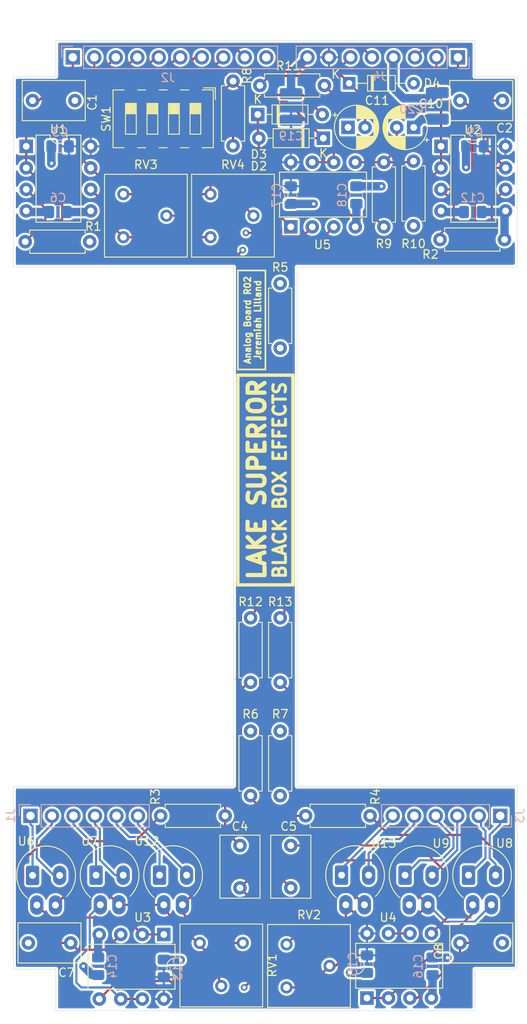
<source format=kicad_pcb>
(kicad_pcb (version 20211014) (generator pcbnew)
  (layers (0 "F.Cu" signal) (1 "In1.Cu" signal) (2 "In2.Cu" signal) (31 "B.Cu" signal) (34 "B.Paste" user) (35 "F.Paste" user) (36 "B.SilkS" user "B.Silkscreen") (37 "F.SilkS" user "F.Silkscreen") (38 "B.Mask" user) (39 "F.Mask" user) (44 "Edge.Cuts" user))
  (net 0 "")
  (net 1 "/IN1")
  (net 2 "Net-(C1-Pad1)")
  (net 3 "/IN2")
  (net 4 "Net-(C2-Pad1)")
  (net 5 "GND")
  (net 6 "+9V")
  (net 7 "/CH1_BYP")
  (net 8 "Net-(C4-Pad1)")
  (net 9 "/CH2_BYP")
  (net 10 "Net-(C5-Pad1)")
  (net 11 "-9V")
  (net 12 "Net-(C7-Pad2)")
  (net 13 "Net-(C8-Pad2)")
  (net 14 "Net-(C10-Pad2)")
  (net 15 "/ENV_OUT")
  (net 16 "Net-(D2-Pad2)")
  (net 17 "Net-(D2-Pad1)")
  (net 18 "Net-(D3-Pad1)")
  (net 19 "Net-(R11-Pad1)")
  (net 20 "/CH1_EFF")
  (net 21 "Net-(R12-Pad1)")
  (net 22 "/CH2_EFF")
  (net 23 "Net-(R13-Pad1)")
  (net 24 "/LDRA_2")
  (net 25 "/LDRC_2")
  (net 26 "/LDRB_1")
  (net 27 "/LDRA_1")
  (net 28 "/LDRD_1")
  (net 29 "/LDRC_1")
  (net 30 "/PWM_1")
  (net 31 "GNDD")
  (net 32 "/PWM_VOL1")
  (net 33 "/PWM_VOL2")
  (net 34 "/PWM_2")
  (net 35 "/PWM_4")
  (net 36 "/PWM_3")
  (net 37 "/PWM_VOL1_RTN")
  (net 38 "/PWM_2_RTN")
  (net 39 "/PWM_VOL2_RTN")
  (net 40 "/PWM_4_RTN")
  (net 41 "/PWM_3_RTN")
  (net 42 "/PWM_1_RTN")
  (net 43 "/DIP4")
  (net 44 "/DIP2")
  (net 45 "/DIP3")
  (net 46 "/DIP1")
  (net 47 "+3V3")
  (net 48 "/TRIM_2")
  (net 49 "/TRIM_1")
  (footprint "Capacitor_THT:C_Rect_L7.2mm_W4.5mm_P5.00mm_FKS2_FKP2_MKS2_MKP2" (layer "F.Cu") (at 96 45.6 180)
    (fp_text reference "C1")
    (fp_text value "47n")
  )
  (footprint "Capacitor_THT:C_Rect_L7.2mm_W4.5mm_P5.00mm_FKS2_FKP2_MKS2_MKP2" (layer "F.Cu") (at 141.5 45.6)
    (fp_text reference "C2")
    (fp_text value "47n")
  )
  (footprint "Capacitor_THT:C_Rect_L7.2mm_W4.5mm_P5.00mm_FKS2_FKP2_MKS2_MKP2" (layer "F.Cu") (at 115.5 138.5 90)
    (fp_text reference "C4")
    (fp_text value "1n")
  )
  (footprint "Capacitor_THT:C_Rect_L7.2mm_W4.5mm_P5.00mm_FKS2_FKP2_MKS2_MKP2" (layer "F.Cu") (at 121.5 133.5 -90)
    (fp_text reference "C5")
    (fp_text value "1n")
  )
  (footprint "Capacitor_THT:C_Rect_L7.2mm_W4.5mm_P5.00mm_FKS2_FKP2_MKS2_MKP2" (layer "F.Cu") (at 90.5 145)
    (fp_text reference "C7")
    (fp_text value "1n")
  )
  (footprint "Capacitor_THT:C_Rect_L7.2mm_W4.5mm_P5.00mm_FKS2_FKP2_MKS2_MKP2" (layer "F.Cu") (at 146.5 145 180)
    (fp_text reference "C8")
    (fp_text value "1n")
  )
  (footprint "Capacitor_THT:CP_Radial_D5.0mm_P2.00mm" (layer "F.Cu") (at 136.017 48.768 180)
    (fp_text reference "C10")
    (fp_text value "4.7u")
  )
  (footprint "Capacitor_THT:CP_Radial_D5.0mm_P2.00mm" (layer "F.Cu") (at 128.27 48.768)
    (fp_text reference "C11")
    (fp_text value "47u")
  )
  (footprint "Diode_THT:D_DO-35_SOD27_P7.62mm_Horizontal" (layer "F.Cu") (at 117.602 47.244)
    (fp_text reference "D2")
    (fp_text value "1N914")
  )
  (footprint "Diode_THT:D_DO-35_SOD27_P7.62mm_Horizontal" (layer "F.Cu") (at 125.349 50.038 180)
    (fp_text reference "D3")
    (fp_text value "1N914")
  )
  (footprint "Diode_THT:D_DO-34_SOD68_P7.62mm_Horizontal" (layer "F.Cu") (at 128.397 43.561)
    (fp_text reference "D4")
    (fp_text value "D_Zener")
  )
  (footprint "Resistor_THT:R_Axial_DIN0207_L6.3mm_D2.5mm_P7.62mm_Horizontal" (layer "F.Cu") (at 97.75 62.25 180)
    (fp_text reference "R1")
    (fp_text value "1M")
  )
  (footprint "Resistor_THT:R_Axial_DIN0207_L6.3mm_D2.5mm_P7.62mm_Horizontal" (layer "F.Cu") (at 146.75 62 180)
    (fp_text reference "R2")
    (fp_text value "1M")
  )
  (footprint "Resistor_THT:R_Axial_DIN0207_L6.3mm_D2.5mm_P7.62mm_Horizontal" (layer "F.Cu") (at 113.75 130 180)
    (fp_text reference "R3")
    (fp_text value "470k")
  )
  (footprint "Resistor_THT:R_Axial_DIN0207_L6.3mm_D2.5mm_P7.62mm_Horizontal" (layer "F.Cu") (at 123.25 130)
    (fp_text reference "R4")
    (fp_text value "470k")
  )
  (footprint "Resistor_THT:R_Axial_DIN0207_L6.3mm_D2.5mm_P7.62mm_Horizontal" (layer "F.Cu") (at 120.25 67.183 -90)
    (fp_text reference "R5")
    (fp_text value "3.3k")
  )
  (footprint "Resistor_THT:R_Axial_DIN0207_L6.3mm_D2.5mm_P7.62mm_Horizontal" (layer "F.Cu") (at 116.75 120 -90)
    (fp_text reference "R6")
    (fp_text value "470k")
  )
  (footprint "Resistor_THT:R_Axial_DIN0207_L6.3mm_D2.5mm_P7.62mm_Horizontal" (layer "F.Cu") (at 120.25 120 -90)
    (fp_text reference "R7")
    (fp_text value "470k")
  )
  (footprint "Resistor_THT:R_Axial_DIN0207_L6.3mm_D2.5mm_P7.62mm_Horizontal" (layer "F.Cu") (at 114.681 43.307 -90)
    (fp_text reference "R8")
    (fp_text value "100k")
  )
  (footprint "Resistor_THT:R_Axial_DIN0207_L6.3mm_D2.5mm_P7.62mm_Horizontal" (layer "F.Cu") (at 132.5 60.5 90)
    (fp_text reference "R9")
    (fp_text value "10k")
  )
  (footprint "Resistor_THT:R_Axial_DIN0207_L6.3mm_D2.5mm_P7.62mm_Horizontal" (layer "F.Cu") (at 136 52.75 -90)
    (fp_text reference "R10")
    (fp_text value "47k")
  )
  (footprint "Resistor_THT:R_Axial_DIN0207_L6.3mm_D2.5mm_P7.62mm_Horizontal" (layer "F.Cu") (at 125.476 43.815 180)
    (fp_text reference "R11")
    (fp_text value "1k")
  )
  (footprint "Resistor_THT:R_Axial_DIN0207_L6.3mm_D2.5mm_P7.62mm_Horizontal" (layer "F.Cu") (at 116.75 114.25 90)
    (fp_text reference "R12")
    (fp_text value "1k")
  )
  (footprint "Resistor_THT:R_Axial_DIN0207_L6.3mm_D2.5mm_P7.62mm_Horizontal" (layer "F.Cu") (at 120.25 114.25 90)
    (fp_text reference "R13")
    (fp_text value "1k")
  )
  (footprint "Pinebox:Potentiometer_Bourns_3386F_Vertical" (layer "F.Cu") (at 110.75 145 -90)
    (fp_text reference "RV1")
    (fp_text value "50k")
  )
  (footprint "Pinebox:Potentiometer_Bourns_3386F_Vertical" (layer "F.Cu") (at 121 150.25)
    (fp_text reference "RV2")
    (fp_text value "50k")
  )
  (footprint "Package_DIP:DIP-8_W7.62mm" (layer "F.Cu") (at 90.25 51)
    (fp_text reference "U1")
    (fp_text value "OPA2134")
  )
  (footprint "Package_DIP:DIP-8_W7.62mm" (layer "F.Cu") (at 139.25 51)
    (fp_text reference "U2")
    (fp_text value "OPA2134")
  )
  (footprint "Package_DIP:DIP-8_W7.62mm" (layer "F.Cu") (at 106.5 144 -90)
    (fp_text reference "U3")
    (fp_text value "OPA2134")
  )
  (footprint "Package_DIP:DIP-8_W7.62mm" (layer "F.Cu") (at 130.5 151.5 90)
    (fp_text reference "U4")
    (fp_text value "OPA2134")
  )
  (footprint "Package_DIP:DIP-8_W7.62mm" (layer "F.Cu") (at 121.5 60.5 90)
    (fp_text reference "U5")
    (fp_text value "OPA2134")
  )
  (footprint "Pinebox:Luna_NSL-32_Vertical" (layer "F.Cu") (at 106 137 -90)
    (fp_text reference "U12")
    (fp_text value "NSL-32")
  )
  (footprint "Pinebox:Luna_NSL-32_Vertical" (layer "F.Cu") (at 127.5 137 -90)
    (fp_text reference "U13")
    (fp_text value "NSL-32")
  )
  (footprint "Pinebox:Luna_NSL-32_Vertical" (layer "F.Cu") (at 91 137.033 -90)
    (fp_text reference "U6")
    (fp_text value "NSL-32")
  )
  (footprint "Pinebox:Luna_NSL-32_Vertical" (layer "F.Cu") (at 98.5 137 -90)
    (fp_text reference "U7")
    (fp_text value "NSL-32")
  )
  (footprint "Pinebox:Luna_NSL-32_Vertical" (layer "F.Cu") (at 142.5 137 -90)
    (fp_text reference "U8")
    (fp_text value "NSL-32")
  )
  (footprint "Pinebox:Luna_NSL-32_Vertical" (layer "F.Cu") (at 135 137 -90)
    (fp_text reference "U9")
    (fp_text value "NSL-32")
  )
  (footprint "Button_Switch_SMD:SW_DIP_SPSTx04_Slide_6.7x11.72mm_W8.61mm_P2.54mm_LowProfile" (layer "F.Cu") (at 106.426 47.752 -90)
    (fp_text reference "SW1")
    (fp_text value "SW_DIP_x04")
  )
  (footprint "Pinebox:Potentiometer_Bourns_3386F_Vertical" (layer "F.Cu") (at 101.727 61.722)
    (fp_text reference "RV3")
    (fp_text value "50k")
  )
  (footprint "Pinebox:Potentiometer_Bourns_3386F_Vertical" (layer "F.Cu") (at 112.014 61.722)
    (fp_text reference "RV4")
    (fp_text value "50k")
  )
  (footprint "Capacitor_SMD:C_0805_2012Metric_Pad1.18x1.45mm_HandSolder" (layer "B.Cu") (at 94.25 51 180)
    (fp_text reference "C3")
    (fp_text value "100n")
  )
  (footprint "Capacitor_SMD:C_0805_2012Metric_Pad1.18x1.45mm_HandSolder" (layer "B.Cu") (at 94 58.75 180)
    (fp_text reference "C6")
    (fp_text value "100n")
  )
  (footprint "Capacitor_SMD:C_0805_2012Metric_Pad1.18x1.45mm_HandSolder" (layer "B.Cu") (at 143.25 51 180)
    (fp_text reference "C9")
    (fp_text value "100n")
  )
  (footprint "Capacitor_SMD:C_0805_2012Metric_Pad1.18x1.45mm_HandSolder" (layer "B.Cu") (at 143 58.75 180)
    (fp_text reference "C12")
    (fp_text value "100n")
  )
  (footprint "Capacitor_SMD:C_0805_2012Metric_Pad1.18x1.45mm_HandSolder" (layer "B.Cu") (at 106.5 148 90)
    (fp_text reference "C13")
    (fp_text value "100n")
  )
  (footprint "Capacitor_SMD:C_0805_2012Metric_Pad1.18x1.45mm_HandSolder" (layer "B.Cu") (at 98.75 147.75 90)
    (fp_text reference "C14")
    (fp_text value "100n")
  )
  (footprint "Capacitor_SMD:C_0805_2012Metric_Pad1.18x1.45mm_HandSolder" (layer "B.Cu") (at 130.5 147.5 -90)
    (fp_text reference "C15")
    (fp_text value "100n")
  )
  (footprint "Capacitor_SMD:C_0805_2012Metric_Pad1.18x1.45mm_HandSolder" (layer "B.Cu") (at 138.25 147.75 -90)
    (fp_text reference "C16")
    (fp_text value "100n")
  )
  (footprint "Capacitor_SMD:C_0805_2012Metric_Pad1.18x1.45mm_HandSolder" (layer "B.Cu") (at 121.5 56.75 -90)
    (fp_text reference "C17")
    (fp_text value "100n")
  )
  (footprint "Capacitor_SMD:C_0805_2012Metric_Pad1.18x1.45mm_HandSolder" (layer "B.Cu") (at 129.25 56.75 -90)
    (fp_text reference "C18")
    (fp_text value "100n")
  )
  (footprint "Connector_PinHeader_2.54mm:PinHeader_1x06_P2.54mm_Vertical" (layer "B.Cu") (at 90.75 130 -90)
    (fp_text reference "J1")
    (fp_text value "Conn_01x06_Male")
  )
  (footprint "Connector_PinHeader_2.54mm:PinHeader_1x10_P2.54mm_Vertical" (layer "B.Cu") (at 95.75 40.5 -90)
    (fp_text reference "J2")
    (fp_text value "Conn_01x10_Male")
  )
  (footprint "Connector_PinHeader_2.54mm:PinHeader_1x06_P2.54mm_Vertical" (layer "B.Cu") (at 146.25 130 90)
    (fp_text reference "J3")
    (fp_text value "Conn_01x06_Male")
  )
  (footprint "Capacitor_SMD:C_1210_3225Metric_Pad1.33x2.70mm_HandSolder" (layer "B.Cu") (at 121.539 46.355 90)
    (fp_text reference "C19")
    (fp_text value "10u")
  )
  (footprint "Capacitor_SMD:C_1210_3225Metric_Pad1.33x2.70mm_HandSolder" (layer "B.Cu") (at 138.811 46.228 90)
    (fp_text reference "C20")
    (fp_text value "10u")
  )
  (footprint "Connector_PinHeader_2.54mm:PinHeader_1x08_P2.54mm_Vertical" (layer "B.Cu") (at 141.25 40.5 90)
    (fp_text reference "J4")
    (fp_text value "Conn_01x08_Male")
  )
  (gr_line (start 115.25 102.75) (end 121.75 102.743) (layer "F.SilkS") (width 0.4))
  (gr_line (start 118.507 65.647) (end 118.507 77.331) (layer "F.SilkS") (width 0.2))
  (gr_line (start 115.25 77.331) (end 115.25 65.647) (layer "F.SilkS") (width 0.2))
  (gr_line (start 115.25 77.331) (end 118.507 77.331) (layer "F.SilkS") (width 0.2))
  (gr_line (start 115.25 65.647) (end 118.507 65.647) (layer "F.SilkS") (width 0.2))
  (gr_line (start 115.25 102.75) (end 115.25 78) (layer "F.SilkS") (width 0.4))
  (gr_line (start 121.75 78) (end 121.75 102.743) (layer "F.SilkS") (width 0.4))
  (gr_line (start 115.25 78) (end 121.75 78) (layer "F.SilkS") (width 0.4))
  (gr_line (start 88.75 148.1) (end 88.75 126.5) (layer "Edge.Cuts") (width 0.05))
  (gr_line (start 148.25 148.1) (end 148.25 126.5) (layer "Edge.Cuts") (width 0.05))
  (gr_line (start 93.75 38.5) (end 143.25 38.5) (layer "Edge.Cuts") (width 0.05))
  (gr_line (start 143.25 153) (end 93.75 153) (layer "Edge.Cuts") (width 0.05))
  (gr_line (start 88.75 65.25) (end 88.75 42.75) (layer "Edge.Cuts") (width 0.05))
  (gr_line (start 148.25 42.75) (end 148.25 65.25) (layer "Edge.Cuts") (width 0.05))
  (gr_line (start 122.25 126.5) (end 122.25 65.25) (layer "Edge.Cuts") (width 0.05))
  (gr_line (start 114.75 126.5) (end 114.75 65.25) (layer "Edge.Cuts") (width 0.05))
  (gr_line (start 88.75 65.25) (end 114.75 65.25) (layer "Edge.Cuts") (width 0.05))
  (gr_line (start 88.75 126.5) (end 114.75 126.5) (layer "Edge.Cuts") (width 0.05))
  (gr_line (start 122.25 65.25) (end 148.25 65.25) (layer "Edge.Cuts") (width 0.05))
  (gr_line (start 122.25 126.5) (end 148.25 126.5) (layer "Edge.Cuts") (width 0.05))
  (gr_line (start 148.25 42.75) (end 143.25 42.75) (layer "Edge.Cuts") (width 0.05))
  (gr_line (start 143.25 153) (end 143.25 148.1) (layer "Edge.Cuts") (width 0.05))
  (gr_line (start 88.75 42.75) (end 93.75 42.75) (layer "Edge.Cuts") (width 0.05))
  (gr_line (start 143.25 42.75) (end 143.25 38.5) (layer "Edge.Cuts") (width 0.05))
  (gr_line (start 93.75 148.1) (end 88.75 148.1) (layer "Edge.Cuts") (width 0.05))
  (gr_line (start 93.75 42.75) (end 93.75 38.5) (layer "Edge.Cuts") (width 0.05))
  (gr_line (start 93.75 153) (end 93.75 148.1) (layer "Edge.Cuts") (width 0.05))
  (gr_line (start 143.25 148.1) (end 148.25 148.1) (layer "Edge.Cuts") (width 0.05))
  (gr_text "LAKE SUPERIOR" (at 117.5 90.3 90) (layer "F.SilkS") (effects (font (size 2 2) (thickness 0.5))))
  (gr_text "Analog Board R02\nJeremiah Lilland" (at 117 71.5 90) (layer "F.SilkS") (effects (font (size 0.75 0.75) (thickness 0.1875))))
  (gr_text "BLACK BOX EFFECTS" (at 120.2 90.4 90) (layer "F.SilkS") (effects (font (size 1.5 1.5) (thickness 0.35))))
  (segment (start 95.75 40.5) (end 95.75 41.6) (width 0.25) (layer "F.Cu") (net 1))
  (segment (start 95.75 41.6) (end 91.75 45.6) (width 0.25) (layer "F.Cu") (net 1))
  (segment (start 91.75 45.6) (end 91 45.6) (width 0.25) (layer "F.Cu") (net 1))
  (segment (start 92.5 58.33) (end 90.25 56.08) (width 0.25) (layer "F.Cu") (net 2))
  (segment (start 92.5 59.88) (end 92.5 58.33) (width 0.25) (layer "F.Cu") (net 2))
  (segment (start 90.13 62.25) (end 92.5 59.88) (width 0.25) (layer "F.Cu") (net 2))
  (segment (start 145.25 45.6) (end 146.5 45.6) (width 0.25) (layer "F.Cu") (net 3))
  (segment (start 141.25 40.5) (end 141.25 41.6) (width 0.25) (layer "F.Cu") (net 3))
  (segment (start 141.25 41.6) (end 145.25 45.6) (width 0.25) (layer "F.Cu") (net 3))
  (segment (start 139.13 61.37) (end 139.13 62) (width 0.25) (layer "F.Cu") (net 4))
  (segment (start 140.75 59.75) (end 139.13 61.37) (width 0.25) (layer "F.Cu") (net 4))
  (segment (start 142.937501 54.812499) (end 141.67 56.08) (width 0.25) (layer "F.Cu") (net 4))
  (segment (start 139.25 56.08) (end 140.75 57.58) (width 0.25) (layer "F.Cu") (net 4))
  (segment (start 141.5 45.25) (end 142.937501 46.687501) (width 0.25) (layer "F.Cu") (net 4))
  (segment (start 142.937501 46.687501) (end 142.937501 54.812499) (width 0.25) (layer "F.Cu") (net 4))
  (segment (start 140.75 57.58) (end 140.75 59.75) (width 0.25) (layer "F.Cu") (net 4))
  (segment (start 141.67 56.08) (end 139.25 56.08) (width 0.25) (layer "F.Cu") (net 4))
  (via (at 97 147.75) (size 0.8) (drill 0.4) (layers "F.Cu" "B.Cu") (net 5))
  (via (at 142.2125 53.4625) (size 0.8) (drill 0.4) (layers "F.Cu" "B.Cu") (net 5))
  (via (at 132.2125 55.7125) (size 0.8) (drill 0.4) (layers "F.Cu" "B.Cu") (net 5))
  (via (at 124.2125 57.7875) (size 0.8) (drill 0.4) (layers "F.Cu" "B.Cu") (net 5))
  (via (at 140 146.75) (size 0.8) (drill 0.4) (layers "F.Cu" "B.Cu") (net 5))
  (via (at 108.5 147) (size 0.8) (drill 0.4) (layers "F.Cu" "B.Cu") (net 5))
  (via (at 128.5 148.5) (size 0.8) (drill 0.4) (layers "F.Cu" "B.Cu") (net 5))
  (via (at 93.25 53) (size 0.8) (drill 0.4) (layers "F.Cu" "B.Cu") (net 5))
  (segment (start 142.2125 53.4625) (end 142.2125 53.4625) (width 1) (layer "B.Cu") (net 5))
  (segment (start 132.2125 55.7125) (end 132.2125 55.7125) (width 1) (layer "B.Cu") (net 5))
  (segment (start 124.2125 57.7875) (end 124.2125 57.7875) (width 1) (layer "B.Cu") (net 5))
  (segment (start 93.2125 53.0375) (end 93.25 53) (width 1) (layer "B.Cu") (net 5))
  (segment (start 146.75 62) (end 146.75 58.74) (width 1) (layer "B.Cu") (net 5))
  (segment (start 121.539 42.431) (end 123.47 40.5) (width 1) (layer "B.Cu") (net 5))
  (segment (start 146.75 58.74) (end 146.87 58.62) (width 1) (layer "B.Cu") (net 5))
  (segment (start 136.9945 47.7905) (end 136.017 48.768) (width 1) (layer "B.Cu") (net 5))
  (segment (start 93.2125 51) (end 93.2125 52.9625) (width 1) (layer "B.Cu") (net 5))
  (segment (start 97.74 58.75) (end 97.87 58.62) (width 1) (layer "B.Cu") (net 5))
  (segment (start 128.5375 148.5375) (end 130.5 148.5375) (width 1) (layer "B.Cu") (net 5))
  (segment (start 121.539 44.7925) (end 121.539 42.431) (width 1) (layer "B.Cu") (net 5))
  (segment (start 98.0375 148.7875) (end 97 147.75) (width 1) (layer "B.Cu") (net 5))
  (segment (start 140 146.75) (end 138.2875 146.75) (width 1) (layer "B.Cu") (net 5))
  (segment (start 93.2125 52.9625) (end 93.25 53) (width 1) (layer "B.Cu") (net 5))
  (segment (start 142.2125 51) (end 142.2125 53.4625) (width 1) (layer "B.Cu") (net 5))
  (segment (start 138.811 47.7905) (end 136.9945 47.7905) (width 1) (layer "B.Cu") (net 5))
  (segment (start 106.5375 147) (end 106.5 146.9625) (width 1) (layer "B.Cu") (net 5))
  (segment (start 95.0375 58.75) (end 97.74 58.75) (width 1) (layer "B.Cu") (net 5))
  (segment (start 128.5 148.5) (end 128.5375 148.5375) (width 1) (layer "B.Cu") (net 5))
  (segment (start 138.2875 146.75) (end 138.25 146.7125) (width 1) (layer "B.Cu") (net 5))
  (segment (start 121.5 57.7875) (end 124.2125 57.7875) (width 1) (layer "B.Cu") (net 5))
  (segment (start 129.25 55.7125) (end 132.2125 55.7125) (width 1) (layer "B.Cu") (net 5))
  (segment (start 98.75 148.7875) (end 98.0375 148.7875) (width 1) (layer "B.Cu") (net 5))
  (segment (start 144.0375 58.75) (end 146.74 58.75) (width 1) (layer "B.Cu") (net 5))
  (segment (start 108.5 147) (end 106.5375 147) (width 1) (layer "B.Cu") (net 5))
  (segment (start 146.74 58.75) (end 146.87 58.62) (width 1) (layer "B.Cu") (net 5))
  (segment (start 115.824 63.246) (end 115.824 63.246) (width 0.25) (layer "F.Cu") (net 7))
  (segment (start 115.174989 108.075011) (end 115.174989 110.174989) (width 0.25) (layer "F.Cu") (net 7))
  (segment (start 113.75 130) (end 113.75 131.75) (width 0.25) (layer "F.Cu") (net 7))
  (segment (start 115.320001 63.749999) (end 114.750001 63.749999) (width 0.25) (layer "F.Cu") (net 7))
  (segment (start 116.205 61.214) (end 119.392588 61.214) (width 0.25) (layer "F.Cu") (net 7))
  (segment (start 114.750001 63.749999) (end 112.25 63.749999) (width 0.25) (layer "F.Cu") (net 7))
  (segment (start 115.824 63.246) (end 115.320001 63.749999) (width 0.25) (layer "F.Cu") (net 7))
  (segment (start 117.875001 112.875001) (end 117.875001 124.624999) (width 0.25) (layer "F.Cu") (net 7))
  (segment (start 120.253599 62.075011) (end 125.004989 62.075011) (width 0.25) (layer "F.Cu") (net 7))
  (segment (start 115.174989 108.075011) (end 115.174989 113.825011) (width 0.25) (layer "F.Cu") (net 7))
  (segment (start 115.174989 63.895011) (end 115.174989 108.075011) (width 0.25) (layer "F.Cu") (net 7))
  (segment (start 90.25 51) (end 90.25 49.684998) (width 0.25) (layer "F.Cu") (net 7))
  (segment (start 113.75 131.75) (end 115.5 133.5) (width 0.25) (layer "F.Cu") (net 7))
  (segment (start 97.584997 63.749999) (end 114.750001 63.749999) (width 0.25) (layer "F.Cu") (net 7))
  (segment (start 94.5 57.79) (end 94.5 60.665002) (width 0.25) (layer "F.Cu") (net 7))
  (segment (start 90.25 53.54) (end 94.5 57.79) (width 0.25) (layer "F.Cu") (net 7))
  (segment (start 115.824 63.246) (end 115.75 63.32) (width 0.25) (layer "F.Cu") (net 7))
  (segment (start 115.75 63.32) (end 115.174989 63.895011) (width 0.25) (layer "F.Cu") (net 7))
  (segment (start 115.174989 113.825011) (end 115.10001 113.89999) (width 0.25) (layer "F.Cu") (net 7))
  (segment (start 125.004989 62.075011) (end 126.58 60.5) (width 0.25) (layer "F.Cu") (net 7))
  (segment (start 98.29 41.644998) (end 98.29 40.5) (width 0.25) (layer "F.Cu") (net 7))
  (segment (start 90.25 49.684998) (end 98.29 41.644998) (width 0.25) (layer "F.Cu") (net 7))
  (segment (start 90.25 53.54) (end 90.25 51) (width 0.25) (layer "F.Cu") (net 7))
  (segment (start 119.392588 61.214) (end 120.253599 62.075011) (width 0.25) (layer "F.Cu") (net 7))
  (segment (start 115.174989 110.174989) (end 117.875001 112.875001) (width 0.25) (layer "F.Cu") (net 7))
  (segment (start 117.875001 124.624999) (end 113.75 128.75) (width 0.25) (layer "F.Cu") (net 7))
  (segment (start 113.75 128.75) (end 113.75 130) (width 0.25) (layer "F.Cu") (net 7))
  (segment (start 94.5 60.665002) (end 97.584997 63.749999) (width 0.25) (layer "F.Cu") (net 7))
  (via (at 116.205 61.214) (size 0.8) (drill 0.4) (layers "F.Cu" "B.Cu") (net 7))
  (via (at 115.824 63.246) (size 0.8) (drill 0.4) (layers "F.Cu" "B.Cu") (net 7))
  (segment (start 98.88 151.62) (end 101 149.5) (width 0.25) (layer "F.Cu") (net 8))
  (segment (start 107.25 149.5) (end 109.75 152) (width 0.25) (layer "F.Cu") (net 8))
  (segment (start 117.75 140.75) (end 116.299999 139.299999) (width 0.25) (layer "F.Cu") (net 8))
  (segment (start 117.5 136.5) (end 115.5 138.5) (width 0.25) (layer "F.Cu") (net 8))
  (segment (start 117.75 147.176998) (end 117.75 140.75) (width 0.25) (layer "F.Cu") (net 8))
  (segment (start 116.299999 139.299999) (end 115.5 138.5) (width 0.25) (layer "F.Cu") (net 8))
  (segment (start 101 149.5) (end 107.25 149.5) (width 0.25) (layer "F.Cu") (net 8))
  (segment (start 116.5 127.62) (end 117.5 128.62) (width 0.25) (layer "F.Cu") (net 8))
  (segment (start 117.5 128.62) (end 117.5 136.5) (width 0.25) (layer "F.Cu") (net 8))
  (segment (start 109.75 152) (end 112.926998 152) (width 0.25) (layer "F.Cu") (net 8))
  (segment (start 112.926998 152) (end 117.75 147.176998) (width 0.25) (layer "F.Cu") (net 8))
  (segment (start 138.124999 59.910003) (end 138.124999 54.665001) (width 0.25) (layer "F.Cu") (net 9))
  (segment (start 138.71 44.96) (end 139.25 45.5) (width 0.25) (layer "F.Cu") (net 9))
  (segment (start 118.950011 135.950011) (end 121.5 138.5) (width 0.25) (layer "F.Cu") (net 9))
  (segment (start 118.549989 109.913578) (end 118.549989 78.420811) (width 0.25) (layer "F.Cu") (net 9))
  (segment (start 117.349978 77.2208) (end 117.349978 66.672842) (width 0.25) (layer "F.Cu") (net 9))
  (segment (start 138.71 40.5) (end 138.71 44.96) (width 0.25) (layer "F.Cu") (net 9))
  (segment (start 118.950011 131.299989) (end 118.950011 135.950011) (width 0.25) (layer "F.Cu") (net 9))
  (segment (start 118.950011 128.700011) (end 118.950011 110.3136) (width 0.25) (layer "F.Cu") (net 9))
  (segment (start 118.549989 78.420811) (end 117.349978 77.2208) (width 0.25) (layer "F.Cu") (net 9))
  (segment (start 123.25 130) (end 120.25 130) (width 0.25) (layer "F.Cu") (net 9))
  (segment (start 135.134983 62.900019) (end 138.124999 59.910003) (width 0.25) (layer "F.Cu") (net 9))
  (segment (start 120.25 130) (end 118.950011 128.700011) (width 0.25) (layer "F.Cu") (net 9))
  (segment (start 139.25 51) (end 139.25 45.5) (width 0.25) (layer "F.Cu") (net 9))
  (segment (start 139.25 51) (end 139.25 53.54) (width 0.25) (layer "F.Cu") (net 9))
  (segment (start 121.122801 62.900019) (end 135.134983 62.900019) (width 0.25) (layer "F.Cu") (net 9))
  (segment (start 118.950011 110.3136) (end 118.549989 109.913578) (width 0.25) (layer "F.Cu") (net 9))
  (segment (start 120.25 130) (end 118.950011 131.299989) (width 0.25) (layer "F.Cu") (net 9))
  (segment (start 117.349978 66.672842) (end 121.122801 62.900019) (width 0.25) (layer "F.Cu") (net 9))
  (segment (start 138.124999 54.665001) (end 139.25 53.54) (width 0.25) (layer "F.Cu") (net 9))
  (segment (start 138.88 40.5) (end 138.684 40.696) (width 1) (layer "B.Cu") (net 9))
  (segment (start 138.12 143.88) (end 140.25 141.75) (width 0.25) (layer "F.Cu") (net 10))
  (segment (start 136.629791 133.5) (end 121.5 133.5) (width 0.25) (layer "F.Cu") (net 10))
  (segment (start 140.25 141.75) (end 140.25 137.120209) (width 0.25) (layer "F.Cu") (net 10))
  (segment (start 140.25 137.120209) (end 136.629791 133.5) (width 0.25) (layer "F.Cu") (net 10))
  (segment (start 138.25 151.37) (end 138.12 151.5) (width 1) (layer "B.Cu") (net 11))
  (segment (start 133.63 44.13) (end 133.63 40.5) (width 1) (layer "B.Cu") (net 11))
  (segment (start 98.75 144.13) (end 98.88 144) (width 1) (layer "B.Cu") (net 11))
  (segment (start 129.25 57.7875) (end 129.25 60.37) (width 1) (layer "B.Cu") (net 11))
  (segment (start 139.38 58.75) (end 139.25 58.62) (width 1) (layer "B.Cu") (net 11))
  (segment (start 129.25 60.37) (end 129.12 60.5) (width 1) (layer "B.Cu") (net 11))
  (segment (start 138.684 44.5385) (end 138.811 44.6655) (width 1) (layer "B.Cu") (net 11))
  (segment (start 92.9625 58.75) (end 90.38 58.75) (width 1) (layer "B.Cu") (net 11))
  (segment (start 134.828 45.328) (end 133.63 44.13) (width 1) (layer "B.Cu") (net 11))
  (segment (start 138.25 148.7875) (end 138.25 151.37) (width 1) (layer "B.Cu") (net 11))
  (segment (start 90.38 58.75) (end 90.25 58.62) (width 1) (layer "B.Cu") (net 11))
  (segment (start 138.1485 45.328) (end 134.828 45.328) (width 1) (layer "B.Cu") (net 11))
  (segment (start 98.75 146.7125) (end 98.75 144.13) (width 1) (layer "B.Cu") (net 11))
  (segment (start 138.811 44.6655) (end 138.1485 45.328) (width 1) (layer "B.Cu") (net 11))
  (segment (start 141.9625 58.75) (end 139.38 58.75) (width 1) (layer "B.Cu") (net 11))
  (segment (start 92.25 133) (end 89.88999 135.36001) (width 0.25) (layer "F.Cu") (net 12))
  (segment (start 99.620001 145.799999) (end 101.42 144) (width 0.25) (layer "F.Cu") (net 12))
  (segment (start 89.88999 142.13999) (end 92.75 145) (width 0.25) (layer "F.Cu") (net 12))
  (segment (start 89.88999 135.36001) (end 89.88999 142.13999) (width 0.25) (layer "F.Cu") (net 12))
  (segment (start 92.75 145) (end 95.5 145) (width 0.25) (layer "F.Cu") (net 12))
  (segment (start 96.299999 145.799999) (end 99.620001 145.799999) (width 0.25) (layer "F.Cu") (net 12))
  (segment (start 106.13 130) (end 103.13 133) (width 0.25) (layer "F.Cu") (net 12))
  (segment (start 95.5 145) (end 96.299999 145.799999) (width 0.25) (layer "F.Cu") (net 12))
  (segment (start 103.13 133) (end 92.25 133) (width 0.25) (layer "F.Cu") (net 12))
  (segment (start 143.75 132.25) (end 133.12 132.25) (width 0.25) (layer "F.Cu") (net 13))
  (segment (start 133.12 132.25) (end 130.87 130) (width 0.25) (layer "F.Cu") (net 13))
  (segment (start 143.5 145) (end 146.81001 141.68999) (width 0.25) (layer "F.Cu") (net 13))
  (segment (start 146.81001 135.31001) (end 143.75 132.25) (width 0.25) (layer "F.Cu") (net 13))
  (segment (start 136.454998 151.5) (end 141.5 146.454998) (width 0.25) (layer "F.Cu") (net 13))
  (segment (start 135.58 151.5) (end 136.454998 151.5) (width 0.25) (layer "F.Cu") (net 13))
  (segment (start 141.5 145) (end 143.5 145) (width 0.25) (layer "F.Cu") (net 13))
  (segment (start 146.81001 141.68999) (end 146.81001 135.31001) (width 0.25) (layer "F.Cu") (net 13))
  (segment (start 141.5 146.454998) (end 141.5 145) (width 0.25) (layer "F.Cu") (net 13))
  (segment (start 132.5 52.88) (end 135.87 52.88) (width 0.25) (layer "F.Cu") (net 14))
  (segment (start 135.87 52.88) (end 136 52.75) (width 0.25) (layer "F.Cu") (net 14))
  (segment (start 134.017 48.768) (end 134.017 51.363) (width 0.25) (layer "F.Cu") (net 14))
  (segment (start 134.017 51.363) (end 132.5 52.88) (width 0.25) (layer "F.Cu") (net 14))
  (segment (start 132.5 52.88) (end 129.12 52.88) (width 0.25) (layer "F.Cu") (net 14))
  (segment (start 117.856 43.815) (end 118.981001 42.689999) (width 0.25) (layer "F.Cu") (net 15))
  (segment (start 118.981001 42.689999) (end 127.525999 42.689999) (width 0.25) (layer "F.Cu") (net 15))
  (segment (start 127.525999 42.689999) (end 128.397 43.561) (width 0.25) (layer "F.Cu") (net 15))
  (segment (start 128.397 43.561) (end 130.27 45.434) (width 0.25) (layer "F.Cu") (net 15))
  (segment (start 130.27 45.434) (end 130.27 48.768) (width 0.25) (layer "F.Cu") (net 15))
  (segment (start 113.538 52.578) (end 117.27899 56.31899) (width 0.25) (layer "F.Cu") (net 16))
  (segment (start 114.681 43.307) (end 113.538 44.45) (width 0.25) (layer "F.Cu") (net 16))
  (segment (start 117.27899 57.58899) (end 120.374999 60.684999) (width 0.25) (layer "F.Cu") (net 16))
  (segment (start 122.918001 44.940001) (end 125.222 47.244) (width 0.25) (layer "F.Cu") (net 16))
  (segment (start 122.914999 61.625001) (end 124.04 60.5) (width 0.25) (layer "F.Cu") (net 16))
  (segment (start 120.439999 61.625001) (end 122.914999 61.625001) (width 0.25) (layer "F.Cu") (net 16))
  (segment (start 116.314001 44.940001) (end 122.918001 44.940001) (width 0.25) (layer "F.Cu") (net 16))
  (segment (start 113.538 44.45) (end 113.538 52.578) (width 0.25) (layer "F.Cu") (net 16))
  (segment (start 114.681 43.307) (end 116.314001 44.940001) (width 0.25) (layer "F.Cu") (net 16))
  (segment (start 120.374999 60.684999) (end 120.374999 61.560001) (width 0.25) (layer "F.Cu") (net 16))
  (segment (start 120.374999 61.560001) (end 120.439999 61.625001) (width 0.25) (layer "F.Cu") (net 16))
  (segment (start 117.27899 56.31899) (end 117.27899 57.58899) (width 0.25) (layer "F.Cu") (net 16))
  (segment (start 117.729 56.729) (end 117.729 50.038) (width 0.25) (layer "F.Cu") (net 17))
  (segment (start 121.5 60.5) (end 117.729 56.729) (width 0.25) (layer "F.Cu") (net 17))
  (segment (start 117.602 47.244) (end 117.602 49.911) (width 0.25) (layer "F.Cu") (net 17))
  (segment (start 117.602 49.911) (end 117.729 50.038) (width 0.25) (layer "F.Cu") (net 17))
  (segment (start 116.940998 45.72) (end 121.031 45.72) (width 0.25) (layer "F.Cu") (net 18))
  (segment (start 121.031 45.72) (end 125.349 50.038) (width 0.25) (layer "F.Cu") (net 18))
  (segment (start 122.682 53.187002) (end 128.869997 59.374999) (width 0.25) (layer "F.Cu") (net 18))
  (segment (start 114.681 50.927) (end 114.681 47.979998) (width 0.25) (layer "F.Cu") (net 18))
  (segment (start 114.681 47.979998) (end 116.940998 45.72) (width 0.25) (layer "F.Cu") (net 18))
  (segment (start 125.349 50.038) (end 124.299 50.038) (width 0.25) (layer "F.Cu") (net 18))
  (segment (start 131.374999 59.374999) (end 132.5 60.5) (width 0.25) (layer "F.Cu") (net 18))
  (segment (start 122.682 51.655) (end 122.682 53.187002) (width 0.25) (layer "F.Cu") (net 18))
  (segment (start 128.869997 59.374999) (end 131.374999 59.374999) (width 0.25) (layer "F.Cu") (net 18))
  (segment (start 124.299 50.038) (end 122.682 51.655) (width 0.25) (layer "F.Cu") (net 18))
  (segment (start 124.04 52.88) (end 126.58 52.88) (width 0.25) (layer "F.Cu") (net 19))
  (segment (start 126.58 52.88) (end 126.58 44.919) (width 0.25) (layer "F.Cu") (net 19))
  (segment (start 126.58 44.919) (end 125.476 43.815) (width 0.25) (layer "F.Cu") (net 19))
  (segment (start 117.299999 105.830001) (end 116.5 106.63) (width 0.25) (layer "F.Cu") (net 20))
  (segment (start 117.299999 77.807232) (end 117.299999 105.830001) (width 0.25) (layer "F.Cu") (net 20))
  (segment (start 100.83 40.5) (end 97.919991 43.410009) (width 0.25) (layer "F.Cu") (net 20))
  (segment (start 113.426022 62.849978) (end 114.3 61.976) (width 0.25) (layer "F.Cu") (net 20))
  (segment (start 100.006989 61.651579) (end 101.205388 62.849978) (width 0.25) (layer "F.Cu") (net 20))
  (segment (start 118.875304 64.511106) (end 116.899967 66.486443) (width 0.25) (layer "F.Cu") (net 20))
  (segment (start 97.919991 43.410009) (end 97.919991 49.285007) (width 0.25) (layer "F.Cu") (net 20))
  (segment (start 96.744999 50.459999) (end 96.744999 52.414999) (width 0.25) (layer "F.Cu") (net 20))
  (segment (start 97.919991 49.285007) (end 96.744999 50.459999) (width 0.25) (layer "F.Cu") (net 20))
  (segment (start 116.899967 66.486443) (end 116.899967 77.4072) (width 0.25) (layer "F.Cu") (net 20))
  (segment (start 97.125001 50.079997) (end 96.744999 50.459999) (width 0.25) (layer "F.Cu") (net 20))
  (segment (start 100.006989 55.676989) (end 100.006989 61.651579) (width 0.25) (layer "F.Cu") (net 20))
  (segment (start 96.744999 52.414999) (end 97.87 53.54) (width 0.25) (layer "F.Cu") (net 20))
  (segment (start 118.875304 64.138304) (end 118.875304 64.511106) (width 0.25) (layer "F.Cu") (net 20))
  (segment (start 116.713001 61.976) (end 118.875304 64.138304) (width 0.25) (layer "F.Cu") (net 20))
  (segment (start 97.87 53.54) (end 100.006989 55.676989) (width 0.25) (layer "F.Cu") (net 20))
  (segment (start 101.205388 62.849978) (end 113.426022 62.849978) (width 0.25) (layer "F.Cu") (net 20))
  (segment (start 114.3 61.976) (end 116.713001 61.976) (width 0.25) (layer "F.Cu") (net 20))
  (segment (start 116.899967 77.4072) (end 117.299999 77.807232) (width 0.25) (layer "F.Cu") (net 20))
  (segment (start 112.25 145) (end 108.7 141.45) (width 0.25) (layer "F.Cu") (net 21))
  (segment (start 115.624999 120.540001) (end 115.624999 119.459999) (width 0.25) (layer "F.Cu") (net 21))
  (segment (start 110.31001 130.43999) (end 113 127.75) (width 0.25) (layer "F.Cu") (net 21))
  (segment (start 115.75 119.334998) (end 115.75 115) (width 0.25) (layer "F.Cu") (net 21))
  (segment (start 113.994988 127.75) (end 115.75 125.994988) (width 0.25) (layer "F.Cu") (net 21))
  (segment (start 115.58 145) (end 112.25 145) (width 0.25) (layer "F.Cu") (net 21))
  (segment (start 110.31001 138.88999) (end 110.31001 130.43999) (width 0.25) (layer "F.Cu") (net 21))
  (segment (start 115.75 125.994988) (end 115.75 125.5) (width 0.25) (layer "F.Cu") (net 21))
  (segment (start 113 127.75) (end 113.25 127.75) (width 0.25) (layer "F.Cu") (net 21))
  (segment (start 108.7 141.45) (end 108.7 140.5) (width 0.25) (layer "F.Cu") (net 21))
  (segment (start 115.75 115) (end 116.5 114.25) (width 0.25) (layer "F.Cu") (net 21))
  (segment (start 113 127.75) (end 113.994988 127.75) (width 0.25) (layer "F.Cu") (net 21))
  (segment (start 113.25 127.75) (end 113.75 127.75) (width 0.25) (layer "F.Cu") (net 21))
  (segment (start 113.75 127.75) (end 114 127.75) (width 0.25) (layer "F.Cu") (net 21))
  (segment (start 115.75 120.665002) (end 115.624999 120.540001) (width 0.25) (layer "F.Cu") (net 21))
  (segment (start 115.75 125.5) (end 115.75 120.665002) (width 0.25) (layer "F.Cu") (net 21))
  (segment (start 115.624999 119.459999) (end 115.75 119.334998) (width 0.25) (layer "F.Cu") (net 21))
  (segment (start 108.7 140.5) (end 110.31001 138.88999) (width 0.25) (layer "F.Cu") (net 21))
  (segment (start 120.75 79.348) (end 118.25 76.848) (width 0.25) (layer "F.Cu") (net 22))
  (segment (start 118.25 67.04564) (end 121.4956 63.80004) (width 0.25) (layer "F.Cu") (net 22))
  (segment (start 137.345001 39.324999) (end 136.17 40.5) (width 0.25) (layer "F.Cu") (net 22))
  (segment (start 144.75 51.42) (end 144.75 46.75) (width 0.25) (layer "F.Cu") (net 22))
  (segment (start 143.25 56.02863) (end 143.25 61.75) (width 0.25) (layer "F.Cu") (net 22))
  (segment (start 121.4956 63.80004) (end 141.19996 63.80004) (width 0.25) (layer "F.Cu") (net 22))
  (segment (start 118.25 76.848) (end 118.25 67.04564) (width 0.25) (layer "F.Cu") (net 22))
  (segment (start 146.87 53.54) (end 144.75 51.42) (width 0.25) (layer "F.Cu") (net 22))
  (segment (start 140 40.050998) (end 139.274001 39.324999) (width 0.25) (layer "F.Cu") (net 22))
  (segment (start 143.25 61.75) (end 141.19996 63.80004) (width 0.25) (layer "F.Cu") (net 22))
  (segment (start 145.73863 53.54) (end 143.25 56.02863) (width 0.25) (layer "F.Cu") (net 22))
  (segment (start 120.75 106.63) (end 120.75 79.348) (width 0.25) (layer "F.Cu") (net 22))
  (segment (start 139.274001 39.324999) (end 137.345001 39.324999) (width 0.25) (layer "F.Cu") (net 22))
  (segment (start 140 42) (end 140 40.050998) (width 0.25) (layer "F.Cu") (net 22))
  (segment (start 144.75 46.75) (end 140 42) (width 0.25) (layer "F.Cu") (net 22))
  (segment (start 146.87 53.54) (end 145.73863 53.54) (width 0.25) (layer "F.Cu") (net 22))
  (segment (start 127.25 139) (end 124.5 139) (width 0.25) (layer "F.Cu") (net 23))
  (segment (start 127.25 139) (end 127.17 139) (width 0.25) (layer "F.Cu") (net 23))
  (segment (start 130.2 140.5) (end 128.7 139) (width 0.25) (layer "F.Cu") (net 23))
  (segment (start 121.375001 121.374999) (end 121.25 121.5) (width 0.25) (layer "F.Cu") (net 23))
  (segment (start 122.25 128) (end 121.25 127) (width 0.25) (layer "F.Cu") (net 23))
  (segment (start 124.75 130.75) (end 124.75 128.5) (width 0.25) (layer "F.Cu") (net 23))
  (segment (start 127.17 139) (end 121 145.17) (width 0.25) (layer "F.Cu") (net 23))
  (segment (start 119.5 131.5) (end 124 131.5) (width 0.25) (layer "F.Cu") (net 23))
  (segment (start 124.5 139) (end 119.5 134) (width 0.25) (layer "F.Cu") (net 23))
  (segment (start 128.7 139) (end 127.25 139) (width 0.25) (layer "F.Cu") (net 23))
  (segment (start 120.25 114.25) (end 121.375001 115.375001) (width 0.25) (layer "F.Cu") (net 23))
  (segment (start 124.25 128) (end 122.25 128) (width 0.25) (layer "F.Cu") (net 23))
  (segment (start 124.75 128.5) (end 124.25 128) (width 0.25) (layer "F.Cu") (net 23))
  (segment (start 121.375001 115.375001) (end 121.375001 121.374999) (width 0.25) (layer "F.Cu") (net 23))
  (segment (start 119.5 134) (end 119.5 131.5) (width 0.25) (layer "F.Cu") (net 23))
  (segment (start 124 131.5) (end 124.75 130.75) (width 0.25) (layer "F.Cu") (net 23))
  (segment (start 121.25 127) (end 121.25 121.5) (width 0.25) (layer "F.Cu") (net 23))
  (segment (start 101.2 140.5) (end 106.5 140.5) (width 0.25) (layer "F.Cu") (net 24))
  (segment (start 118.5 110.5) (end 118.5 147.750002) (width 0.25) (layer "F.Cu") (net 24))
  (segment (start 99.72999 139.02999) (end 101.2 140.5) (width 0.25) (layer "F.Cu") (net 24))
  (segment (start 93.7 140.533) (end 95.20301 139.02999) (width 0.25) (layer "F.Cu") (net 24))
  (segment (start 113.04 150.08) (end 113.04 147.54) (width 0.25) (layer "F.Cu") (net 24))
  (segment (start 95.20301 139.02999) (end 99.72999 139.02999) (width 0.25) (layer "F.Cu") (net 24))
  (segment (start 113.612422 63.299989) (end 114.4864 62.426011) (width 0.25) (layer "F.Cu") (net 24))
  (segment (start 99.556978 57.766978) (end 99.556978 61.837979) (width 0.25) (layer "F.Cu") (net 24))
  (segment (start 110.5 145) (end 106.5 141) (width 0.25) (layer "F.Cu") (net 24))
  (segment (start 113.04 147.54) (end 110.5 145) (width 0.25) (layer "F.Cu") (net 24))
  (segment (start 115.624999 67.125001) (end 115.624999 107.624999) (width 0.25) (layer "F.Cu") (net 24))
  (segment (start 118.425295 64.324705) (end 115.624999 67.125001) (width 0.25) (layer "F.Cu") (net 24))
  (segment (start 114.4864 62.426011) (end 116.526601 62.426011) (width 0.25) (layer "F.Cu") (net 24))
  (segment (start 106.5 141) (end 106.5 140.5) (width 0.25) (layer "F.Cu") (net 24))
  (segment (start 118.5 147.750002) (end 116.000002 150.25) (width 0.25) (layer "F.Cu") (net 24))
  (segment (start 101.018988 63.299989) (end 113.612422 63.299989) (width 0.25) (layer "F.Cu") (net 24))
  (segment (start 115.624999 107.624999) (end 118.5 110.5) (width 0.25) (layer "F.Cu") (net 24))
  (segment (start 116.526601 62.426011) (end 118.425295 64.324705) (width 0.25) (layer "F.Cu") (net 24))
  (segment (start 99.556978 61.837979) (end 101.018988 63.299989) (width 0.25) (layer "F.Cu") (net 24))
  (segment (start 97.87 56.08) (end 99.556978 57.766978) (width 0.25) (layer "F.Cu") (net 24))
  (via (at 116.000002 150.25) (size 0.8) (drill 0.4) (layers "F.Cu" "B.Cu") (net 24))
  (segment (start 121.70001 126.70001) (end 121.70001 121.6864) (width 0.25) (layer "F.Cu") (net 25))
  (segment (start 122.5 127.5) (end 121.70001 126.70001) (width 0.25) (layer "F.Cu") (net 25))
  (segment (start 121.70001 121.6864) (end 121.825011 121.561399) (width 0.25) (layer "F.Cu") (net 25))
  (segment (start 120.79999 131.95001) (end 124.186401 131.950009) (width 0.25) (layer "F.Cu") (net 25))
  (segment (start 135.95 138.75) (end 134.506594 138.75) (width 0.25) (layer "F.Cu") (net 25))
  (segment (start 128 140.5) (end 128 146.5) (width 0.25) (layer "F.Cu") (net 25))
  (segment (start 129.75 142.25) (end 132.25 142.25) (width 0.25) (layer "F.Cu") (net 25))
  (segment (start 125.25 128.36359) (end 124.38641 127.5) (width 0.25) (layer "F.Cu") (net 25))
  (segment (start 123.54 150.25) (end 126.08 147.71) (width 0.25) (layer "F.Cu") (net 25))
  (segment (start 132.75 135.75) (end 132.25 135.25) (width 0.25) (layer "F.Cu") (net 25))
  (segment (start 121.825011 64.924989) (end 122.49995 64.25005) (width 0.25) (layer "F.Cu") (net 25))
  (segment (start 124.38641 127.5) (end 122.5 127.5) (width 0.25) (layer "F.Cu") (net 25))
  (segment (start 141.74995 64.25005) (end 145.25 60.75) (width 0.25) (layer "F.Cu") (net 25))
  (segment (start 120 132.75) (end 120.79999 131.95001) (width 0.25) (layer "F.Cu") (net 25))
  (segment (start 145.25 57.7) (end 146.87 56.08) (width 0.25) (layer "F.Cu") (net 25))
  (segment (start 121.825011 121.561399) (end 121.825011 64.924989) (width 0.25) (layer "F.Cu") (net 25))
  (segment (start 128 146.5) (end 126.79 147.71) (width 0.25) (layer "F.Cu") (net 25))
  (segment (start 126.79 147.71) (end 126.08 147.71) (width 0.25) (layer "F.Cu") (net 25))
  (segment (start 125.25 130.88641) (end 125.25 128.36359) (width 0.25) (layer "F.Cu") (net 25))
  (segment (start 122.49995 64.25005) (end 141.74995 64.25005) (width 0.25) (layer "F.Cu") (net 25))
  (segment (start 124.186401 131.950009) (end 125.25 130.88641) (width 0.25) (layer "F.Cu") (net 25))
  (segment (start 135.95 142.25) (end 137.7 140.5) (width 0.25) (layer "F.Cu") (net 25))
  (segment (start 132.25 135.25) (end 121.584998 135.25) (width 0.25) (layer "F.Cu") (net 25))
  (segment (start 121 150.25) (end 123.54 150.25) (width 0.25) (layer "F.Cu") (net 25))
  (segment (start 121.584998 135.25) (end 120 133.665002) (width 0.25) (layer "F.Cu") (net 25))
  (segment (start 134.506594 138.75) (end 132.75 136.993406) (width 0.25) (layer "F.Cu") (net 25))
  (segment (start 145.25 60.75) (end 145.25 57.7) (width 0.25) (layer "F.Cu") (net 25))
  (segment (start 137.7 140.5) (end 135.95 138.75) (width 0.25) (layer "F.Cu") (net 25))
  (segment (start 120 133.665002) (end 120 132.75) (width 0.25) (layer "F.Cu") (net 25))
  (segment (start 132.75 136.993406) (end 132.75 135.75) (width 0.25) (layer "F.Cu") (net 25))
  (segment (start 132.25 142.25) (end 135.95 142.25) (width 0.25) (layer "F.Cu") (net 25))
  (segment (start 128 140.5) (end 129.75 142.25) (width 0.25) (layer "F.Cu") (net 25))
  (segment (start 137.75 140.5) (end 139.75 142.5) (width 0.25) (layer "B.Cu") (net 25))
  (segment (start 137.7 140.5) (end 137.75 140.5) (width 0.25) (layer "B.Cu") (net 25))
  (segment (start 143.2 142.5) (end 145.2 140.5) (width 0.25) (layer "B.Cu") (net 25))
  (segment (start 139.75 142.5) (end 143.2 142.5) (width 0.25) (layer "B.Cu") (net 25))
  (segment (start 101.42 151.62) (end 103.96 151.62) (width 0.25) (layer "F.Cu") (net 26))
  (segment (start 101.42 151.62) (end 100.05 150.25) (width 0.25) (layer "B.Cu") (net 26))
  (segment (start 97.754999 145.495001) (end 97.754999 141.745001) (width 0.25) (layer "B.Cu") (net 26))
  (segment (start 97.754999 141.745001) (end 99 140.5) (width 0.25) (layer "B.Cu") (net 26))
  (segment (start 100.05 150.25) (end 96.75 150.25) (width 0.25) (layer "B.Cu") (net 26))
  (segment (start 96.174991 149.674991) (end 96.174991 147.075009) (width 0.25) (layer "B.Cu") (net 26))
  (segment (start 96.174991 147.075009) (end 97.754999 145.495001) (width 0.25) (layer "B.Cu") (net 26))
  (segment (start 96.75 150.25) (end 96.174991 149.674991) (width 0.25) (layer "B.Cu") (net 26))
  (segment (start 106.5 144) (end 103.96 144) (width 0.25) (layer "F.Cu") (net 27))
  (segment (start 103.96 144) (end 101.96301 142.00301) (width 0.25) (layer "F.Cu") (net 27))
  (segment (start 91.533 140.533) (end 91.5 140.533) (width 0.25) (layer "F.Cu") (net 27))
  (segment (start 93.00301 142.00301) (end 91.533 140.533) (width 0.25) (layer "F.Cu") (net 27))
  (segment (start 101.96301 142.00301) (end 93.00301 142.00301) (width 0.25) (layer "F.Cu") (net 27))
  (segment (start 135.58 143.88) (end 133.04 143.88) (width 0.25) (layer "F.Cu") (net 28))
  (segment (start 133.04 151.46) (end 133.04 151.5) (width 0.25) (layer "F.Cu") (net 29))
  (segment (start 143 141.5) (end 133.04 151.46) (width 0.25) (layer "F.Cu") (net 29))
  (segment (start 133.04 151.5) (end 130.5 151.5) (width 0.25) (layer "F.Cu") (net 29))
  (segment (start 143 140.5) (end 143 141.5) (width 0.25) (layer "F.Cu") (net 29))
  (segment (start 91 131.25) (end 90.75 131) (width 0.25) (layer "B.Cu") (net 30))
  (segment (start 91 137.033) (end 91 131.25) (width 0.25) (layer "B.Cu") (net 30))
  (segment (start 90.75 131) (end 90.75 130) (width 0.25) (layer "B.Cu") (net 30))
  (segment (start 101.716 52.081) (end 102.592 52.081) (width 0.25) (layer "F.Cu") (net 31))
  (segment (start 102.592 52.081) (end 102.616 52.057) (width 0.25) (layer "F.Cu") (net 31))
  (segment (start 100.25 48) (end 100.25 43.447998) (width 0.25) (layer "F.Cu") (net 31))
  (segment (start 102.616 50.366) (end 100.25 48) (width 0.25) (layer "F.Cu") (net 31))
  (segment (start 100.25 43.447998) (end 103.197998 40.5) (width 0.25) (layer "F.Cu") (net 31))
  (segment (start 100.457 60.452) (end 100.457 53.34) (width 0.25) (layer "F.Cu") (net 31))
  (segment (start 101.727 61.722) (end 100.457 60.452) (width 0.25) (layer "F.Cu") (net 31))
  (segment (start 112.014 61.722) (end 101.727 61.722) (width 0.25) (layer "F.Cu") (net 31))
  (segment (start 110.236 52.057) (end 102.616 52.057) (width 0.25) (layer "F.Cu") (net 31))
  (segment (start 100.457 53.34) (end 101.716 52.081) (width 0.25) (layer "F.Cu") (net 31))
  (segment (start 103.197998 40.5) (end 103.37 40.5) (width 0.25) (layer "F.Cu") (net 31))
  (segment (start 102.616 52.057) (end 102.616 50.366) (width 0.25) (layer "F.Cu") (net 31))
  (segment (start 102.41 132.5) (end 100.91 131) (width 0.25) (layer "B.Cu") (net 32))
  (segment (start 100.91 131) (end 100.91 130) (width 0.25) (layer "B.Cu") (net 32))
  (segment (start 104.31359 132.5) (end 102.41 132.5) (width 0.25) (layer "B.Cu") (net 32))
  (segment (start 106 134.18641) (end 104.31359 132.5) (width 0.25) (layer "B.Cu") (net 32))
  (segment (start 106 137) (end 106 134.18641) (width 0.25) (layer "B.Cu") (net 32))
  (segment (start 127.5 136.25) (end 133.55 130.2) (width 0.25) (layer "B.Cu") (net 33))
  (segment (start 133.55 130.2) (end 133.55 130) (width 0.25) (layer "B.Cu") (net 33))
  (segment (start 127.5 137) (end 127.5 136.25) (width 0.25) (layer "B.Cu") (net 33))
  (segment (start 133.5 130.05) (end 133.55 130) (width 0.25) (layer "B.Cu") (net 33))
  (segment (start 95.83 131) (end 95.83 130) (width 0.25) (layer "B.Cu") (net 34))
  (segment (start 98.5 137) (end 98.5 133.67) (width 0.25) (layer "B.Cu") (net 34))
  (segment (start 98.5 133.67) (end 95.83 131) (width 0.25) (layer "B.Cu") (net 34))
  (segment (start 139.25 135.25) (end 140.71999 133.78001) (width 0.25) (layer "B.Cu") (net 35))
  (segment (start 140.71999 132.46999) (end 138.63 130.38) (width 0.25) (layer "B.Cu") (net 35))
  (segment (start 136.75 135.25) (end 139.25 135.25) (width 0.25) (layer "B.Cu") (net 35))
  (segment (start 138.63 130.38) (end 138.63 130) (width 0.25) (layer "B.Cu") (net 35))
  (segment (start 135 137) (end 136.75 135.25) (width 0.25) (layer "B.Cu") (net 35))
  (segment (start 140.71999 133.78001) (end 140.71999 132.46999) (width 0.25) (layer "B.Cu") (net 35))
  (segment (start 144.5 135) (end 144.5 131.79) (width 0.25) (layer "B.Cu") (net 36))
  (segment (start 143.98 130.27) (end 143.71 130) (width 0.25) (layer "B.Cu") (net 36))
  (segment (start 144.5 131.79) (end 143.98 131.27) (width 0.25) (layer "B.Cu") (net 36))
  (segment (start 143.98 131.27) (end 143.98 130.27) (width 0.25) (layer "B.Cu") (net 36))
  (segment (start 142.5 137) (end 144.5 135) (width 0.25) (layer "B.Cu") (net 36))
  (segment (start 103.45 131) (end 103.45 130) (width 0.25) (layer "B.Cu") (net 37))
  (segment (start 109.2 136.75) (end 109.2 137) (width 0.25) (layer "B.Cu") (net 37))
  (segment (start 103.45 131) (end 109.2 136.75) (width 0.25) (layer "B.Cu") (net 37))
  (segment (start 98.95001 135.20001) (end 98.95001 131.58001) (width 0.25) (layer "B.Cu") (net 38))
  (segment (start 100.75 137) (end 98.95001 135.20001) (width 0.25) (layer "B.Cu") (net 38))
  (segment (start 98.95001 131.58001) (end 98.37 131) (width 0.25) (layer "B.Cu") (net 38))
  (segment (start 98.37 131) (end 98.37 130) (width 0.25) (layer "B.Cu") (net 38))
  (segment (start 101.7 137) (end 100.75 137) (width 0.25) (layer "B.Cu") (net 38))
  (segment (start 130.7 137) (end 130.7 134.43641) (width 0.25) (layer "B.Cu") (net 39))
  (segment (start 134.34 132.75) (end 136.09 131) (width 0.25) (layer "B.Cu") (net 39))
  (segment (start 136.09 131) (end 136.09 130) (width 0.25) (layer "B.Cu") (net 39))
  (segment (start 132.38641 132.75) (end 134.34 132.75) (width 0.25) (layer "B.Cu") (net 39))
  (segment (start 130.7 134.43641) (end 132.38641 132.75) (width 0.25) (layer "B.Cu") (net 39))
  (segment (start 141.17 131) (end 141.17 134.03) (width 0.25) (layer "B.Cu") (net 40))
  (segment (start 141.17 131) (end 141.17 130) (width 0.25) (layer "B.Cu") (net 40))
  (segment (start 141.17 134.03) (end 138.2 137) (width 0.25) (layer "B.Cu") (net 40))
  (segment (start 145 135) (end 145 132.25) (width 0.25) (layer "B.Cu") (net 41))
  (segment (start 145.7 137) (end 145.7 135.7) (width 0.25) (layer "B.Cu") (net 41))
  (segment (start 145.7 135.7) (end 145 135) (width 0.25) (layer "B.Cu") (net 41))
  (segment (start 145 132.25) (end 146.25 131) (width 0.25) (layer "B.Cu") (net 41))
  (segment (start 146.25 131) (end 146.25 130) (width 0.25) (layer "B.Cu") (net 41))
  (segment (start 91.5 135) (end 91.5 132.79) (width 0.25) (layer "B.Cu") (net 42))
  (segment (start 91.5 132.79) (end 93.29 131) (width 0.25) (layer "B.Cu") (net 42))
  (segment (start 93.29 131) (end 93.29 130) (width 0.25) (layer "B.Cu") (net 42))
  (segment (start 93.533 137.033) (end 91.5 135) (width 0.25) (layer "B.Cu") (net 42))
  (segment (start 94.2 137.033) (end 93.533 137.033) (width 0.25) (layer "B.Cu") (net 42))
  (segment (start 105.563 40.5) (end 105.91 40.5) (width 0.25) (layer "F.Cu") (net 43))
  (segment (start 102.19 43.021) (end 102.616 43.447) (width 0.25) (layer "F.Cu") (net 43))
  (segment (start 102.616 43.447) (end 105.563 40.5) (width 0.25) (layer "F.Cu") (net 43))
  (segment (start 107.696 43.447) (end 107.696 43.0005) (width 0.25) (layer "F.Cu") (net 44))
  (segment (start 110.1965 40.5) (end 110.99 40.5) (width 0.25) (layer "F.Cu") (net 44))
  (segment (start 107.696 43.0005) (end 110.1965 40.5) (width 0.25) (layer "F.Cu") (net 44))
  (segment (start 108.103 40.5) (end 108.45 40.5) (width 0.25) (layer "F.Cu") (net 45))
  (segment (start 105.156 43.447) (end 108.103 40.5) (width 0.25) (layer "F.Cu") (net 45))
  (segment (start 110.583 43.447) (end 113.53 40.5) (width 0.25) (layer "F.Cu") (net 46))
  (segment (start 110.236 43.447) (end 110.583 43.447) (width 0.25) (layer "F.Cu") (net 46))
  (segment (start 109.58291 41.75) (end 111.64359 41.75) (width 0.25) (layer "F.Cu") (net 47))
  (segment (start 111.64359 41.75) (end 112.354999 41.038591) (width 0.25) (layer "F.Cu") (net 47))
  (segment (start 109.25 46.5) (end 109.25 42.08291) (width 0.25) (layer "F.Cu") (net 47))
  (segment (start 101.727 56.642) (end 112.014 56.642) (width 0.25) (layer "F.Cu") (net 47))
  (segment (start 112.014 56.642) (end 112.014 49.264) (width 0.25) (layer "F.Cu") (net 47))
  (segment (start 112.965999 39.324999) (end 114.894999 39.324999) (width 0.25) (layer "F.Cu") (net 47))
  (segment (start 112.354999 41.038591) (end 112.354999 39.935999) (width 0.25) (layer "F.Cu") (net 47))
  (segment (start 109.25 42.08291) (end 109.58291 41.75) (width 0.25) (layer "F.Cu") (net 47))
  (segment (start 112.014 49.264) (end 109.25 46.5) (width 0.25) (layer "F.Cu") (net 47))
  (segment (start 112.354999 39.935999) (end 112.965999 39.324999) (width 0.25) (layer "F.Cu") (net 47))
  (segment (start 114.894999 39.324999) (end 116.07 40.5) (width 0.25) (layer "F.Cu") (net 47))
  (segment (start 114.20441 42.182) (end 112.914022 43.472388) (width 0.25) (layer "F.Cu") (net 48))
  (segment (start 116.374001 56.428591) (end 116.374001 58.462001) (width 0.25) (layer "F.Cu") (net 48))
  (segment (start 128.55 40.5) (end 126.868 42.182) (width 0.25) (layer "F.Cu") (net 48))
  (segment (start 112.914022 52.968612) (end 116.374001 56.428591) (width 0.25) (layer "F.Cu") (net 48))
  (segment (start 112.914022 43.472388) (end 112.914022 52.968612) (width 0.25) (layer "F.Cu") (net 48))
  (segment (start 116.374001 58.462001) (end 117.094 59.182) (width 0.25) (layer "F.Cu") (net 48))
  (segment (start 126.868 42.182) (end 114.20441 42.182) (width 0.25) (layer "F.Cu") (net 48))
  (segment (start 112.464011 43.285989) (end 114.018011 41.731989) (width 0.25) (layer "F.Cu") (net 49))
  (segment (start 114.018011 41.731989) (end 126.517013 41.731989) (width 0.25) (layer "F.Cu") (net 49))
  (segment (start 126.517013 41.731989) (end 127.374999 40.874003) (width 0.25) (layer "F.Cu") (net 49))
  (segment (start 127.374999 40.874003) (end 127.374999 39.935999) (width 0.25) (layer "F.Cu") (net 49))
  (segment (start 127.985999 39.324999) (end 129.914999 39.324999) (width 0.25) (layer "F.Cu") (net 49))
  (segment (start 113.059001 53.750001) (end 112.464011 53.155011) (width 0.25) (layer "F.Cu") (net 49))
  (segment (start 113.059001 57.882999) (end 113.059001 53.750001) (width 0.25) (layer "F.Cu") (net 49))
  (segment (start 112.464011 53.155011) (end 112.464011 43.285989) (width 0.25) (layer "F.Cu") (net 49))
  (segment (start 111.76 59.182) (end 113.059001 57.882999) (width 0.25) (layer "F.Cu") (net 49))
  (segment (start 127.374999 39.935999) (end 127.985999 39.324999) (width 0.25) (layer "F.Cu") (net 49))
  (segment (start 129.914999 39.324999) (end 131.09 40.5) (width 0.25) (layer "F.Cu") (net 49))
  (segment (start 106.807 59.182) (end 111.76 59.182) (width 0.25) (layer "F.Cu") (net 49))
  (zone (net 6) (net_name "+9V") (layer "B.Cu") (connect_pads (clearance 0.254)) (min_thickness 0.25) (fill yes (thermal_gap 0.25) (thermal_bridge_width 0.254))
    (polygon (pts (xy 148.5 153) (xy 88.75 152.75) (xy 88.75 38.5) (xy 148.5 38.5)))
  )
)
</source>
